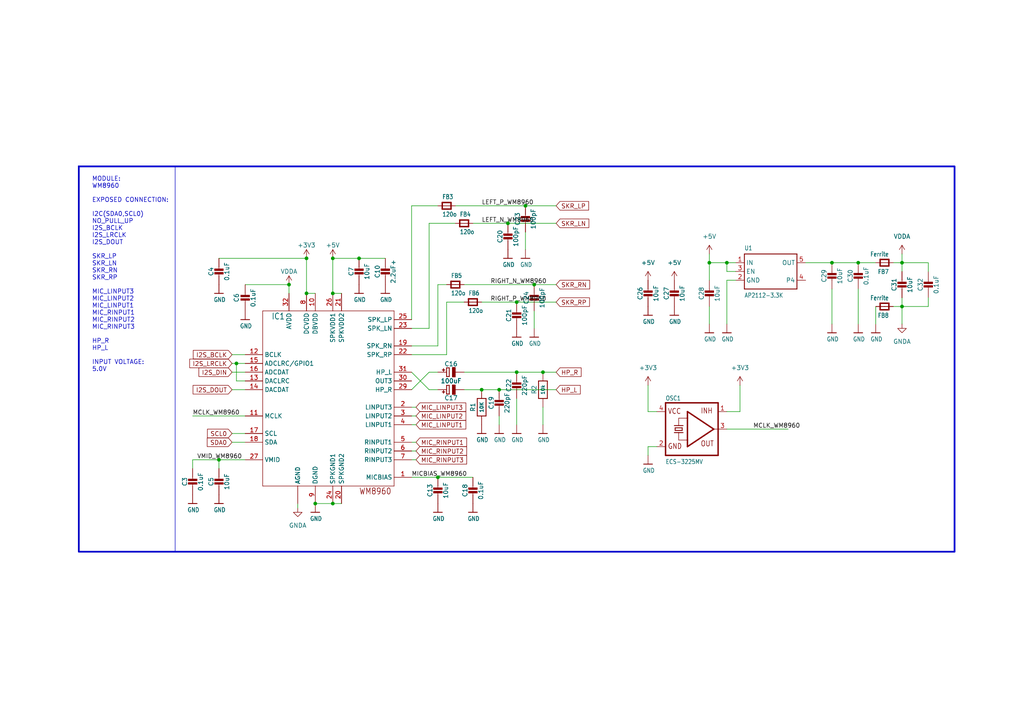
<source format=kicad_sch>
(kicad_sch (version 20230121) (generator eeschema)
  (paper "A4")
  (title_block (title "WM8960 MODULE"))
  (lib_symbols
    (symbol "Adafruit Voice Bonnet-eagle-import:CAP_CERAMIC0603_NO"
      (property "Reference" "C" (at -2.29 1.25 90))
      (symbol "CAP_CERAMIC0603_NO_1_0"
        (rectangle (start -1.27 0.508) (end 1.27 1.016) (fill (type outline)))
        (rectangle (start -1.27 1.524) (end 1.27 2.032) (fill (type outline)))
        (polyline (pts (xy 0 0.762) (xy 0 0)) (stroke (width 0.1524)))
        (polyline (pts (xy 0 2.54) (xy 0 1.778)) (stroke (width 0.1524)))
        (pin passive line (at 0 5.08 270) (length 2.54) (name "1") (number "1"))
        (pin passive line (at 0 -2.54 90) (length 2.54) (name "2") (number "2"))
      )
    )
    (symbol "Adafruit Voice Bonnet-eagle-import:CAP_CERAMIC0805-NOOUTLINE"
      (property "Reference" "C" (at -2.29 1.25 90))
      (symbol "CAP_CERAMIC0805-NOOUTLINE_1_0"
        (rectangle (start -1.27 0.508) (end 1.27 1.016) (fill (type outline)))
        (rectangle (start -1.27 1.524) (end 1.27 2.032) (fill (type outline)))
        (polyline (pts (xy 0 0.762) (xy 0 0)) (stroke (width 0.1524)))
        (polyline (pts (xy 0 2.54) (xy 0 1.778)) (stroke (width 0.1524)))
        (pin passive line (at 0 5.08 270) (length 2.54) (name "1") (number "1"))
        (pin passive line (at 0 -2.54 90) (length 2.54) (name "2") (number "2"))
      )
    )
    (symbol "Adafruit Voice Bonnet-eagle-import:CAP_ELECTROLYTICPANASONIC_C"
      (property "Reference" "C" (at -2.39 1.25 90))
      (symbol "CAP_ELECTROLYTICPANASONIC_C_1_0"
        (rectangle (start -1.397 0) (end 1.397 0.889) (fill (type outline)))
        (polyline (pts (xy -1.27 1.778) (xy -1.27 2.54)) (stroke (width 0.254)))
        (polyline (pts (xy -1.27 2.54) (xy 1.27 2.54)) (stroke (width 0.254)))
        (polyline (pts (xy -1.016 3.429) (xy -0.254 3.429)) (stroke (width 0.254)))
        (polyline (pts (xy -0.635 3.81) (xy -0.635 3.048)) (stroke (width 0.254)))
        (polyline (pts (xy 1.27 1.778) (xy -1.27 1.778)) (stroke (width 0.254)))
        (polyline (pts (xy 1.27 2.54) (xy 1.27 1.778)) (stroke (width 0.254)))
        (pin passive line (at 0 5.08 270) (length 2.54) (name "+") (number "+"))
        (pin passive line (at 0 -2.54 90) (length 2.54) (name "-") (number "-"))
      )
    )
    (symbol "Adafruit Voice Bonnet-eagle-import:FERRITE-0805NO"
      (property "Reference" "FB" (at -1.27 1.905 0))
      (symbol "FERRITE-0805NO_1_0"
        (polyline (pts (xy -1.27 -0.9525) (xy -1.27 0.9525)) (stroke (width 0.4064)))
        (polyline (pts (xy -1.27 0.9525) (xy 1.27 0.9525)) (stroke (width 0.4064)))
        (polyline (pts (xy 1.27 -0.9525) (xy -1.27 -0.9525)) (stroke (width 0.4064)))
        (polyline (pts (xy 1.27 0.9525) (xy 1.27 -0.9525)) (stroke (width 0.4064)))
        (pin passive line (at -2.54 0 0) (length 2.54) (name "P$1") (number "1"))
        (pin passive line (at 2.54 0 180) (length 2.54) (name "P$2") (number "2"))
      )
    )
    (symbol "Adafruit Voice Bonnet-eagle-import:GND" (power)
      (property "Value" "GND" (at -1.524 -2.54 0))
      (symbol "GND_1_0"
        (polyline (pts (xy -1.27 0) (xy 1.27 0)) (stroke (width 0.254)))
        (pin power_in line (at 0 2.54 270) (length 2.54) (name "GND") (number "1"))
      )
    )
    (symbol "Adafruit Voice Bonnet-eagle-import:OSCILLATOR3.2X2.5"
      (property "Reference" "OSC" (at -7.62 8.255 0))
      (symbol "OSCILLATOR3.2X2.5_1_0"
        (polyline (pts (xy -7.62 7.62) (xy -7.62 -7.62)) (stroke (width 0.4064)))
        (polyline (pts (xy -7.62 7.62) (xy 7.62 7.62)) (stroke (width 0.4064)))
        (polyline (pts (xy -5.08 -1.016) (xy -3.81 -1.016)) (stroke (width 0.254)))
        (polyline (pts (xy -5.08 1.016) (xy -2.54 1.016)) (stroke (width 0.254)))
        (polyline (pts (xy -4.826 -0.381) (xy -4.826 0.381)) (stroke (width 0.254)))
        (polyline (pts (xy -4.826 -0.381) (xy -2.794 -0.381)) (stroke (width 0.254)))
        (polyline (pts (xy -4.826 0.381) (xy -2.794 0.381)) (stroke (width 0.254)))
        (polyline (pts (xy -3.81 -3.175) (xy -3.81 -1.016)) (stroke (width 0.1524)))
        (polyline (pts (xy -3.81 -3.175) (xy -1.27 -3.175)) (stroke (width 0.1524)))
        (polyline (pts (xy -3.81 -1.016) (xy -2.54 -1.016)) (stroke (width 0.254)))
        (polyline (pts (xy -3.81 1.016) (xy -3.81 3.175)) (stroke (width 0.1524)))
        (polyline (pts (xy -3.81 3.175) (xy -1.27 3.175)) (stroke (width 0.1524)))
        (polyline (pts (xy -2.794 0.381) (xy -2.794 -0.381)) (stroke (width 0.254)))
        (polyline (pts (xy -1.27 -5.08) (xy -1.27 -3.175)) (stroke (width 0.4064)))
        (polyline (pts (xy -1.27 -3.175) (xy -1.27 3.175)) (stroke (width 0.4064)))
        (polyline (pts (xy -1.27 3.175) (xy -1.27 5.08)) (stroke (width 0.4064)))
        (polyline (pts (xy -1.27 5.08) (xy 6.35 0)) (stroke (width 0.4064)))
        (polyline (pts (xy 6.35 0) (xy -1.27 -5.08)) (stroke (width 0.4064)))
        (polyline (pts (xy 6.35 0) (xy 7.62 0)) (stroke (width 0.1524)))
        (polyline (pts (xy 7.62 -7.62) (xy -7.62 -7.62)) (stroke (width 0.4064)))
        (polyline (pts (xy 7.62 -7.62) (xy 7.62 0)) (stroke (width 0.4064)))
        (polyline (pts (xy 7.62 0) (xy 7.62 7.62)) (stroke (width 0.4064)))
        (text "GND" (at -6.985 -5.842 0) (effects (font (size 1.524 1.2954)) (justify left bottom)))
        (text "INH" (at 2.54 4.445 0) (effects (font (size 1.524 1.2954)) (justify left bottom)))
        (text "OUT" (at 2.54 -5.08 0) (effects (font (size 1.524 1.2954)) (justify left bottom)))
        (text "VCC" (at -6.985 4.318 0) (effects (font (size 1.524 1.2954)) (justify left bottom)))
        (pin bidirectional line (at 10.16 5.08 180) (length 2.54) (name "INH") (number "1"))
        (pin power_in line (at -10.16 -5.08 0) (length 2.54) (name "GND") (number "2"))
        (pin output line (at 10.16 0 180) (length 2.54) (name "OUT") (number "3"))
        (pin power_in line (at -10.16 5.08 0) (length 2.54) (name "VCC") (number "4"))
      )
    )
    (symbol "Adafruit Voice Bonnet-eagle-import:RESISTOR_0603_NOOUT"
      (property "Reference" "R" (at 0 2.54 0))
      (symbol "RESISTOR_0603_NOOUT_1_0"
        (polyline (pts (xy -2.54 -1.27) (xy -2.54 1.27)) (stroke (width 0.254)))
        (polyline (pts (xy -2.54 1.27) (xy 2.54 1.27)) (stroke (width 0.254)))
        (polyline (pts (xy 2.54 -1.27) (xy -2.54 -1.27)) (stroke (width 0.254)))
        (polyline (pts (xy 2.54 1.27) (xy 2.54 -1.27)) (stroke (width 0.254)))
        (pin passive line (at -5.08 0 0) (length 2.54) (name "1") (number "1"))
        (pin passive line (at 5.08 0 180) (length 2.54) (name "2") (number "2"))
      )
    )
    (symbol "Adafruit Voice Bonnet-eagle-import:WM8960"
      (property "Reference" "IC" (at 10.16 27.94 0))
      (symbol "WM8960_1_0"
        (polyline (pts (xy -17.78 -25.4) (xy -17.78 25.4)) (stroke (width 0.1524)))
        (polyline (pts (xy -17.78 25.4) (xy 20.32 25.4)) (stroke (width 0.1524)))
        (polyline (pts (xy 20.32 -25.4) (xy -17.78 -25.4)) (stroke (width 0.1524)))
        (polyline (pts (xy 20.32 25.4) (xy 20.32 -25.4)) (stroke (width 0.1524)))
        (text "WM8960" (at 10.16 -27.94 0) (effects (font (size 1.778 1.5113)) (justify left bottom)))
        (pin output line (at 25.4 -22.86 180) (length 5.08) (name "MICBIAS") (number "1"))
        (pin power_in line (at -2.54 30.48 270) (length 5.08) (name "DBVDD") (number "10"))
        (pin input line (at -22.86 -5.08 0) (length 5.08) (name "MCLK") (number "11"))
        (pin bidirectional line (at -22.86 12.7 0) (length 5.08) (name "BCLK") (number "12"))
        (pin bidirectional line (at -22.86 5.08 0) (length 5.08) (name "DACLRC") (number "13"))
        (pin bidirectional line (at -22.86 2.54 0) (length 5.08) (name "DACDAT") (number "14"))
        (pin bidirectional line (at -22.86 10.16 0) (length 5.08) (name "ADCLRC/GPIO1") (number "15"))
        (pin input line (at -22.86 7.62 0) (length 5.08) (name "ADCDAT") (number "16"))
        (pin input line (at -22.86 -10.16 0) (length 5.08) (name "SCL") (number "17"))
        (pin bidirectional line (at -22.86 -12.7 0) (length 5.08) (name "SDA") (number "18"))
        (pin output line (at 25.4 15.24 180) (length 5.08) (name "SPK_RN") (number "19"))
        (pin input line (at 25.4 -2.54 180) (length 5.08) (name "LINPUT3") (number "2"))
        (pin power_in line (at 5.08 -30.48 90) (length 5.08) (name "SPKGND2") (number "20"))
        (pin power_in line (at 5.08 30.48 270) (length 5.08) (name "SPKVDD2") (number "21"))
        (pin output line (at 25.4 12.7 180) (length 5.08) (name "SPK_RP") (number "22"))
        (pin output line (at 25.4 20.32 180) (length 5.08) (name "SPK_LN") (number "23"))
        (pin power_in line (at 2.54 -30.48 90) (length 5.08) (name "SPKGND1") (number "24"))
        (pin output line (at 25.4 22.86 180) (length 5.08) (name "SPK_LP") (number "25"))
        (pin power_in line (at 2.54 30.48 270) (length 5.08) (name "SPKVDD1") (number "26"))
        (pin input line (at -22.86 -17.78 0) (length 5.08) (name "VMID") (number "27"))
        (pin power_in line (at -7.62 -30.48 90) (length 5.08) (name "AGND") (number "28"))
        (pin output line (at 25.4 2.54 180) (length 5.08) (name "HP_R") (number "29"))
        (pin input line (at 25.4 -5.08 180) (length 5.08) (name "LINPUT2") (number "3"))
        (pin output line (at 25.4 5.08 180) (length 5.08) (name "OUT3") (number "30"))
        (pin output line (at 25.4 7.62 180) (length 5.08) (name "HP_L") (number "31"))
        (pin power_in line (at -10.16 30.48 270) (length 5.08) (name "AVDD") (number "32"))
        (pin power_in line (at -7.62 -30.48 90) (length 5.08) (name "AGND") (number "33"))
        (pin input line (at 25.4 -7.62 180) (length 5.08) (name "LINPUT1") (number "4"))
        (pin input line (at 25.4 -12.7 180) (length 5.08) (name "RINPUT1") (number "5"))
        (pin input line (at 25.4 -15.24 180) (length 5.08) (name "RINPUT2") (number "6"))
        (pin input line (at 25.4 -17.78 180) (length 5.08) (name "RINPUT3") (number "7"))
        (pin power_in line (at -5.08 30.48 270) (length 5.08) (name "DCVDD") (number "8"))
        (pin power_in line (at -2.54 -30.48 90) (length 5.08) (name "DGND") (number "9"))
      )
    )
    (symbol "Adafruit Voice Bonnet-eagle-import:microbuilder_CAP_CERAMIC0603_NO"
      (property "Reference" "C" (at -2.29 1.25 90))
      (symbol "microbuilder_CAP_CERAMIC0603_NO_1_0"
        (rectangle (start -1.27 0.508) (end 1.27 1.016) (fill (type outline)))
        (rectangle (start -1.27 1.524) (end 1.27 2.032) (fill (type outline)))
        (polyline (pts (xy 0 0.762) (xy 0 0)) (stroke (width 0.1524)))
        (polyline (pts (xy 0 2.54) (xy 0 1.778)) (stroke (width 0.1524)))
        (pin passive line (at 0 5.08 270) (length 2.54) (name "1") (number "1"))
        (pin passive line (at 0 -2.54 90) (length 2.54) (name "2") (number "2"))
      )
    )
    (symbol "Adafruit Voice Bonnet-eagle-import:microbuilder_CAP_CERAMIC0805-NOOUTLINE"
      (property "Reference" "C" (at -2.29 1.25 90))
      (symbol "microbuilder_CAP_CERAMIC0805-NOOUTLINE_1_0"
        (rectangle (start -1.27 0.508) (end 1.27 1.016) (fill (type outline)))
        (rectangle (start -1.27 1.524) (end 1.27 2.032) (fill (type outline)))
        (polyline (pts (xy 0 0.762) (xy 0 0)) (stroke (width 0.1524)))
        (polyline (pts (xy 0 2.54) (xy 0 1.778)) (stroke (width 0.1524)))
        (pin passive line (at 0 5.08 270) (length 2.54) (name "1") (number "1"))
        (pin passive line (at 0 -2.54 90) (length 2.54) (name "2") (number "2"))
      )
    )
    (symbol "Adafruit Voice Bonnet-eagle-import:microbuilder_FERRITE0805"
      (property "Reference" "FB" (at -1.27 1.905 0))
      (symbol "microbuilder_FERRITE0805_1_0"
        (polyline (pts (xy -1.27 -0.9525) (xy -1.27 0.9525)) (stroke (width 0.4064)))
        (polyline (pts (xy -1.27 0.9525) (xy 1.27 0.9525)) (stroke (width 0.4064)))
        (polyline (pts (xy 1.27 -0.9525) (xy -1.27 -0.9525)) (stroke (width 0.4064)))
        (polyline (pts (xy 1.27 0.9525) (xy 1.27 -0.9525)) (stroke (width 0.4064)))
        (pin passive line (at -2.54 0 0) (length 2.54) (name "P$1") (number "1"))
        (pin passive line (at 2.54 0 180) (length 2.54) (name "P$2") (number "2"))
      )
    )
    (symbol "Adafruit Voice Bonnet-eagle-import:microbuilder_GND" (power)
      (property "Value" "microbuilder_GND" (at -1.524 -2.54 0))
      (symbol "microbuilder_GND_1_0"
        (polyline (pts (xy -1.27 0) (xy 1.27 0)) (stroke (width 0.254)))
        (pin power_in line (at 0 2.54 270) (length 2.54) (name "GND") (number "1"))
      )
    )
    (symbol "Adafruit Voice Bonnet-eagle-import:microbuilder_VREG_SOT23-5"
      (property "Reference" "U" (at -7.62 6.096 0))
      (symbol "microbuilder_VREG_SOT23-5_1_0"
        (polyline (pts (xy -7.62 -5.08) (xy -7.62 5.08)) (stroke (width 0.254)))
        (polyline (pts (xy -7.62 5.08) (xy 7.62 5.08)) (stroke (width 0.254)))
        (polyline (pts (xy 7.62 -5.08) (xy -7.62 -5.08)) (stroke (width 0.254)))
        (polyline (pts (xy 7.62 5.08) (xy 7.62 -5.08)) (stroke (width 0.254)))
        (pin power_in line (at -10.16 2.54 0) (length 2.54) (name "IN") (number "1"))
        (pin power_in line (at -10.16 -2.54 0) (length 2.54) (name "GND") (number "2"))
        (pin input line (at -10.16 0 0) (length 2.54) (name "EN") (number "3"))
        (pin bidirectional line (at 10.16 -2.54 180) (length 2.54) (name "P4") (number "4"))
        (pin power_in line (at 10.16 2.54 180) (length 2.54) (name "OUT") (number "5"))
      )
    )
    (symbol "power:+3V3" (power) (pin_names (offset 0))
      (property "Value" "+3V3" (at 0 3.556 0))
      (symbol "+3V3_0_1"
        (polyline (pts (xy -0.762 1.27) (xy 0 2.54)))
        (polyline (pts (xy 0 0) (xy 0 2.54)))
        (polyline (pts (xy 0 2.54) (xy 0.762 1.27)))
      )
      (symbol "+3V3_1_1"
        (pin power_in line (at 0 0 90) (length 0) hide (name "+3V3") (number "1"))
      )
    )
    (symbol "power:+5V" (power) (pin_names (offset 0))
      (property "Value" "+5V" (at 0 3.556 0))
      (symbol "+5V_0_1"
        (polyline (pts (xy -0.762 1.27) (xy 0 2.54)))
        (polyline (pts (xy 0 0) (xy 0 2.54)))
        (polyline (pts (xy 0 2.54) (xy 0.762 1.27)))
      )
      (symbol "+5V_1_1"
        (pin power_in line (at 0 0 90) (length 0) hide (name "+5V") (number "1"))
      )
    )
    (symbol "power:GNDA" (power) (pin_names (offset 0))
      (property "Value" "GNDA" (at 0 -3.81 0))
      (symbol "GNDA_0_1"
        (polyline (pts (xy 0 0) (xy 0 -1.27) (xy 1.27 -1.27) (xy 0 -2.54) (xy -1.27 -1.27) (xy 0 -1.27)))
      )
      (symbol "GNDA_1_1"
        (pin power_in line (at 0 0 270) (length 0) hide (name "GNDA") (number "1"))
      )
    )
    (symbol "power:VDDA" (power) (pin_names (offset 0))
      (property "Value" "VDDA" (at 0 3.81 0))
      (symbol "VDDA_0_1"
        (polyline (pts (xy -0.762 1.27) (xy 0 2.54)))
        (polyline (pts (xy 0 0) (xy 0 2.54)))
        (polyline (pts (xy 0 2.54) (xy 0.762 1.27)))
      )
      (symbol "VDDA_1_1"
        (pin power_in line (at 0 0 90) (length 0) hide (name "VDDA") (number "1"))
      )
    )
  )
  (junction (at 139.7 113.03))
  (junction (at 261.62 88.9))
  (junction (at 127 138.43))
  (junction (at 261.62 76.2))
  (junction (at 241.3 76.2))
  (junction (at 248.92 76.2))
  (junction (at 96.52 74.93))
  (junction (at 68.58 105.41))
  (junction (at 149.86 87.63))
  (junction (at 83.82 82.55))
  (junction (at 104.14 74.93))
  (junction (at 88.9 74.93))
  (junction (at 210.82 76.2))
  (junction (at 88.9 85.09))
  (junction (at 157.48 107.95))
  (junction (at 149.86 107.95))
  (junction (at 205.74 76.2))
  (junction (at 96.52 85.09))
  (junction (at 96.52 146.05))
  (junction (at 147.32 64.77))
  (junction (at 154.94 82.55))
  (junction (at 144.78 113.03))
  (junction (at 152.4 59.69))
  (junction (at 63.5 133.35))
  (junction (at 91.44 146.05))
  (wire (pts (xy 88.9 74.93) (xy 88.9 85.09)) (stroke (width 0.1524)))
  (wire (pts (xy 71.12 120.65) (xy 55.88 120.65)) (stroke (width 0.1524)))
  (wire (pts (xy 119.38 102.87) (xy 129.54 102.87)) (stroke (width 0.1524)))
  (wire (pts (xy 71.12 113.03) (xy 67.31 113.03)) (stroke (width 0.1524)))
  (wire (pts (xy 154.94 82.55) (xy 161.29 82.55)) (stroke (width 0.1524)))
  (wire (pts (xy 157.48 107.95) (xy 161.29 107.95)) (stroke (width 0.1524)))
  (wire (pts (xy 119.38 113.03) (xy 124.46 107.95)) (stroke (width 0.1524)))
  (wire (pts (xy 71.12 110.49) (xy 68.58 110.49)) (stroke (width 0.1524)))
  (wire (pts (xy 261.62 93.98) (xy 261.62 88.9)) (stroke (width 0.1524)))
  (wire (pts (xy 261.62 88.9) (xy 269.24 88.9)) (stroke (width 0.1524)))
  (wire (pts (xy 119.38 138.43) (xy 127 138.43)) (stroke (width 0.1524)))
  (wire (pts (xy 119.38 100.33) (xy 127 100.33)) (stroke (width 0.1524)))
  (wire (pts (xy 71.12 102.87) (xy 67.31 102.87)) (stroke (width 0.1524)))
  (wire (pts (xy 248.92 93.98) (xy 248.92 83.82)) (stroke (width 0.1524)))
  (wire (pts (xy 96.52 85.09) (xy 96.52 74.93)) (stroke (width 0.1524)))
  (wire (pts (xy 71.12 105.41) (xy 68.58 105.41)) (stroke (width 0.1524)))
  (wire (pts (xy 190.5 129.54) (xy 187.96 129.54)) (stroke (width 0.1524)))
  (wire (pts (xy 248.92 76.2) (xy 254 76.2)) (stroke (width 0.1524)))
  (wire (pts (xy 119.38 133.35) (xy 120.65 133.35)))
  (wire (pts (xy 91.44 85.09) (xy 88.9 85.09)) (stroke (width 0.1524)))
  (wire (pts (xy 149.86 87.63) (xy 161.29 87.63)) (stroke (width 0.1524)))
  (wire (pts (xy 152.4 67.31) (xy 152.4 72.39)) (stroke (width 0.1524)))
  (wire (pts (xy 71.12 107.95) (xy 67.31 107.95)) (stroke (width 0.1524)))
  (wire (pts (xy 210.82 124.46) (xy 228.6 124.46)) (stroke (width 0.1524)))
  (wire (pts (xy 86.36 147.32) (xy 86.36 146.05)))
  (wire (pts (xy 119.38 59.69) (xy 127 59.69)) (stroke (width 0.1524)))
  (wire (pts (xy 129.54 102.87) (xy 129.54 87.63)) (stroke (width 0.1524)))
  (wire (pts (xy 157.48 123.19) (xy 157.48 118.11)) (stroke (width 0.1524)))
  (wire (pts (xy 134.62 113.03) (xy 139.7 113.03)) (stroke (width 0.1524)))
  (wire (pts (xy 99.06 85.09) (xy 96.52 85.09)) (stroke (width 0.1524)))
  (wire (pts (xy 205.74 76.2) (xy 205.74 73.66)) (stroke (width 0.1524)))
  (wire (pts (xy 152.4 59.69) (xy 161.29 59.69)) (stroke (width 0.1524)))
  (wire (pts (xy 68.58 110.49) (xy 68.58 105.41)) (stroke (width 0.1524)))
  (wire (pts (xy 63.5 133.35) (xy 55.88 133.35)) (stroke (width 0.1524)))
  (wire (pts (xy 261.62 88.9) (xy 261.62 86.36)) (stroke (width 0.1524)))
  (wire (pts (xy 55.88 133.35) (xy 55.88 135.89)) (stroke (width 0.1524)))
  (wire (pts (xy 88.9 74.93) (xy 63.5 74.93)) (stroke (width 0.1524)))
  (wire (pts (xy 134.62 82.55) (xy 154.94 82.55)) (stroke (width 0.1524)))
  (wire (pts (xy 213.36 76.2) (xy 210.82 76.2)) (stroke (width 0.1524)))
  (wire (pts (xy 261.62 73.66) (xy 261.62 76.2)) (stroke (width 0.1524)))
  (wire (pts (xy 144.78 113.03) (xy 161.29 113.03)) (stroke (width 0.1524)))
  (wire (pts (xy 124.46 113.03) (xy 127 113.03)) (stroke (width 0.1524)))
  (wire (pts (xy 187.96 119.38) (xy 187.96 111.76)) (stroke (width 0.1524)))
  (wire (pts (xy 269.24 76.2) (xy 261.62 76.2)) (stroke (width 0.1524)))
  (wire (pts (xy 213.36 81.28) (xy 210.82 81.28)) (stroke (width 0.1524)))
  (wire (pts (xy 187.96 129.54) (xy 187.96 132.08)) (stroke (width 0.1524)))
  (wire (pts (xy 132.08 64.77) (xy 124.46 64.77)) (stroke (width 0.1524)))
  (wire (pts (xy 269.24 88.9) (xy 269.24 86.36)) (stroke (width 0.1524)))
  (wire (pts (xy 83.82 82.55) (xy 83.82 85.09)) (stroke (width 0.1524)))
  (wire (pts (xy 68.58 105.41) (xy 67.31 105.41)) (stroke (width 0.1524)))
  (wire (pts (xy 190.5 119.38) (xy 187.96 119.38)) (stroke (width 0.1524)))
  (wire (pts (xy 210.82 78.74) (xy 210.82 76.2)) (stroke (width 0.1524)))
  (wire (pts (xy 269.24 78.74) (xy 269.24 76.2)) (stroke (width 0.1524)))
  (wire (pts (xy 210.82 76.2) (xy 205.74 76.2)) (stroke (width 0.1524)))
  (wire (pts (xy 261.62 78.74) (xy 261.62 76.2)) (stroke (width 0.1524)))
  (wire (pts (xy 127 138.43) (xy 137.16 138.43)) (stroke (width 0.1524)))
  (wire (pts (xy 96.52 146.05) (xy 91.44 146.05)) (stroke (width 0.1524)))
  (wire (pts (xy 63.5 133.35) (xy 71.12 133.35)) (stroke (width 0.1524)))
  (wire (pts (xy 205.74 88.9) (xy 205.74 93.98)) (stroke (width 0.1524)))
  (wire (pts (xy 127 82.55) (xy 129.54 82.55)) (stroke (width 0.1524)))
  (wire (pts (xy 83.82 82.55) (xy 71.12 82.55)) (stroke (width 0.1524)))
  (wire (pts (xy 99.06 146.05) (xy 96.52 146.05)) (stroke (width 0.1524)))
  (wire (pts (xy 111.76 74.93) (xy 104.14 74.93)) (stroke (width 0.1524)))
  (wire (pts (xy 205.74 81.28) (xy 205.74 76.2)) (stroke (width 0.1524)))
  (wire (pts (xy 154.94 90.17) (xy 154.94 95.25)) (stroke (width 0.1524)))
  (wire (pts (xy 210.82 81.28) (xy 210.82 93.98)) (stroke (width 0.1524)))
  (wire (pts (xy 149.86 107.95) (xy 157.48 107.95)) (stroke (width 0.1524)))
  (wire (pts (xy 71.12 125.73) (xy 67.31 125.73)) (stroke (width 0.1524)))
  (wire (pts (xy 147.32 64.77) (xy 161.29 64.77)) (stroke (width 0.1524)))
  (wire (pts (xy 241.3 76.2) (xy 248.92 76.2)) (stroke (width 0.1524)))
  (wire (pts (xy 149.86 115.57) (xy 149.86 123.19)) (stroke (width 0.1524)))
  (wire (pts (xy 96.52 74.93) (xy 104.14 74.93)) (stroke (width 0.1524)))
  (wire (pts (xy 261.62 76.2) (xy 259.08 76.2)) (stroke (width 0.1524)))
  (wire (pts (xy 119.38 95.25) (xy 124.46 95.25)) (stroke (width 0.1524)))
  (wire (pts (xy 119.38 128.27) (xy 120.65 128.27)))
  (wire (pts (xy 137.16 64.77) (xy 147.32 64.77)) (stroke (width 0.1524)))
  (wire (pts (xy 119.38 123.19) (xy 120.65 123.19)))
  (wire (pts (xy 241.3 93.98) (xy 241.3 83.82)) (stroke (width 0.1524)))
  (wire (pts (xy 127 100.33) (xy 127 82.55)) (stroke (width 0.1524)))
  (wire (pts (xy 134.62 87.63) (xy 129.54 87.63)) (stroke (width 0.1524)))
  (wire (pts (xy 134.62 107.95) (xy 149.86 107.95)) (stroke (width 0.1524)))
  (wire (pts (xy 119.38 130.81) (xy 120.65 130.81)))
  (wire (pts (xy 144.78 123.19) (xy 144.78 120.65)) (stroke (width 0.1524)))
  (wire (pts (xy 254 88.9) (xy 254 93.98)) (stroke (width 0.1524)))
  (wire (pts (xy 119.38 107.95) (xy 124.46 113.03)) (stroke (width 0.1524)))
  (wire (pts (xy 213.36 78.74) (xy 210.82 78.74)) (stroke (width 0.1524)))
  (wire (pts (xy 119.38 118.11) (xy 120.65 118.11)))
  (wire (pts (xy 124.46 95.25) (xy 124.46 64.77)) (stroke (width 0.1524)))
  (wire (pts (xy 119.38 120.65) (xy 120.65 120.65)))
  (wire (pts (xy 124.46 107.95) (xy 127 107.95)) (stroke (width 0.1524)))
  (wire (pts (xy 139.7 113.03) (xy 144.78 113.03)) (stroke (width 0.1524)))
  (wire (pts (xy 63.5 133.35) (xy 63.5 135.89)) (stroke (width 0.1524)))
  (wire (pts (xy 119.38 92.71) (xy 119.38 59.69)) (stroke (width 0.1524)))
  (wire (pts (xy 214.63 111.76) (xy 214.63 119.38)))
  (wire (pts (xy 139.7 87.63) (xy 149.86 87.63)) (stroke (width 0.1524)))
  (wire (pts (xy 233.68 76.2) (xy 241.3 76.2)) (stroke (width 0.1524)))
  (wire (pts (xy 132.08 59.69) (xy 152.4 59.69)) (stroke (width 0.1524)))
  (wire (pts (xy 261.62 88.9) (xy 259.08 88.9)) (stroke (width 0.1524)))
  (wire (pts (xy 210.82 119.38) (xy 214.63 119.38)))
  (wire (pts (xy 67.31 128.27) (xy 71.12 128.27)) (stroke (width 0.1524)))
  (rectangle (start 22.86 48.26) (end 276.86 160.02) (stroke (width 0.5)))
  (rectangle (start 22.86 48.26) (end 50.8 160.02))
  (text "MODULE:\nWM8960\n\nEXPOSED CONNECTION: \n\nI2C(SDA0,SCL0)\nNO_PULL_UP\nI2S_BCLK\nI2S_LRCLK\nI2S_DOUT\n\nSKR_LP\nSKR_LN\nSKR_RN\nSKR_RP\n\nMIC_LINPUT3\nMIC_LINPUT2\nMIC_LINPUT1\nMIC_RINPUT1\nMIC_RINPUT2\nMIC_RINPUT3\n\nHP_R\nHP_L\n\nINPUT VOLTAGE:\n5.0V\n" (at 26.67 107.95 0) (effects (font (size 1.27 1.27)) (justify left bottom)))
  (label "VMID_WM8960" (at 57.15 133.35 0) (effects (font (size 1.2446 1.2446))))
  (label "RIGHT_P_WM8960" (at 142.24 87.63 0) (effects (font (size 1.2446 1.2446))))
  (label "MICBIAS_WM8960" (at 119.38 138.43 0) (effects (font (size 1.2446 1.2446))))
  (label "LEFT_P_WM8960" (at 139.7 59.69 0) (effects (font (size 1.2446 1.2446))))
  (label "LEFT_N_WM8960" (at 139.7 64.77 0) (effects (font (size 1.2446 1.2446))))
  (label "RIGHT_N_WM8960" (at 142.24 82.55 0) (effects (font (size 1.2446 1.2446))))
  (label "MCLK_WM8960" (at 55.88 120.65 0) (effects (font (size 1.2446 1.2446))))
  (label "MCLK_WM8960" (at 218.44 124.46 0) (effects (font (size 1.2446 1.2446))))
  (global_label "I2S_BCLK" (shape input) (at 67.31 102.87 180) (property "Intersheetrefs" "${INTERSHEET_REFS}" (effects hide)))
  (global_label "MIC_RINPUT1" (shape input) (at 120.65 128.27 0) (property "Intersheetrefs" "${INTERSHEET_REFS}" (effects hide)))
  (global_label "SKR_LP" (shape input) (at 161.29 59.69 0) (property "Intersheetrefs" "${INTERSHEET_REFS}" (effects hide)))
  (global_label "HP_R" (shape input) (at 161.29 107.95 0) (property "Intersheetrefs" "${INTERSHEET_REFS}" (effects hide)))
  (global_label "SKR_RP" (shape input) (at 161.29 87.63 0) (property "Intersheetrefs" "${INTERSHEET_REFS}" (effects hide)))
  (global_label "HP_L" (shape input) (at 161.29 113.03 0) (property "Intersheetrefs" "${INTERSHEET_REFS}" (effects hide)))
  (global_label "I2S_DIN" (shape input) (at 67.31 107.95 180) (property "Intersheetrefs" "${INTERSHEET_REFS}" (effects hide)))
  (global_label "I2S_DOUT" (shape input) (at 67.31 113.03 180) (property "Intersheetrefs" "${INTERSHEET_REFS}" (effects hide)))
  (global_label "MIC_LINPUT3" (shape input) (at 120.65 118.11 0) (property "Intersheetrefs" "${INTERSHEET_REFS}" (effects hide)))
  (global_label "MIC_LINPUT1" (shape input) (at 120.65 123.19 0) (property "Intersheetrefs" "${INTERSHEET_REFS}" (effects hide)))
  (global_label "SDA0" (shape input) (at 67.31 128.27 180) (property "Intersheetrefs" "${INTERSHEET_REFS}" (effects hide)))
  (global_label "SCL0" (shape input) (at 67.31 125.73 180) (property "Intersheetrefs" "${INTERSHEET_REFS}" (effects hide)))
  (global_label "SKR_LN" (shape input) (at 161.29 64.77 0) (property "Intersheetrefs" "${INTERSHEET_REFS}" (effects hide)))
  (global_label "MIC_LINPUT2" (shape input) (at 120.65 120.65 0) (property "Intersheetrefs" "${INTERSHEET_REFS}" (effects hide)))
  (global_label "I2S_LRCLK" (shape input) (at 67.31 105.41 180) (property "Intersheetrefs" "${INTERSHEET_REFS}" (effects hide)))
  (global_label "MIC_RINPUT2" (shape input) (at 120.65 130.81 0) (property "Intersheetrefs" "${INTERSHEET_REFS}" (effects hide)))
  (global_label "SKR_RN" (shape input) (at 161.29 82.55 0) (property "Intersheetrefs" "${INTERSHEET_REFS}" (effects hide)))
  (global_label "MIC_RINPUT3" (shape input) (at 120.65 133.35 0) (property "Intersheetrefs" "${INTERSHEET_REFS}" (effects hide)))
  (symbol (lib_id "Adafruit Voice Bonnet-eagle-import:microbuilder_GND") (at 241.3 96.52 0) (unit 1)
    (property "Reference" "#U$052" (effects hide))
    (property "Value" "GND" (at 239.776 99.06 0) (effects (font (size 1.27 1.0795)) (justify left bottom)))
  )
  (symbol (lib_id "Adafruit Voice Bonnet-eagle-import:OSCILLATOR3.2X2.5") (at 200.66 124.46 0) (unit 1)
    (property "Reference" "OSC1" (at 193.04 116.205 0) (effects (font (size 1.27 1.0795)) (justify left bottom)))
    (property "Value" "ECS-3225MV" (at 193.04 134.62 0) (effects (font (size 1.27 1.0795)) (justify left bottom)))
    (property "Footprint" "Adafruit Voice Bonnet:OSC_3.2X2.5MM" (effects hide))
  )
  (symbol (lib_id "Adafruit Voice Bonnet-eagle-import:microbuilder_GND") (at 195.58 91.44 0) (unit 1)
    (property "Reference" "#U$043" (effects hide))
    (property "Value" "GND" (at 194.056 93.98 0) (effects (font (size 1.27 1.0795)) (justify left bottom)))
  )
  (symbol (lib_id "Adafruit Voice Bonnet-eagle-import:CAP_CERAMIC0603_NO") (at 71.12 87.63 0) (unit 1)
    (property "Reference" "C6" (at 68.58 86.36 90))
    (property "Value" "0.1uF" (at 73.42 86.38 90))
    (property "Footprint" "Adafruit Voice Bonnet:0603-NO" (effects hide))
  )
  (symbol (lib_id "power:+5V") (at 205.74 73.66 0) (unit 1)
    (property "Reference" "#PWR09" (effects hide))
    (property "Value" "+5V" (at 205.74 68.58 0))
  )
  (symbol (lib_id "Adafruit Voice Bonnet-eagle-import:FERRITE-0805NO") (at 137.16 87.63 0) (unit 1)
    (property "Reference" "FB6" (at 135.89 85.725 0) (effects (font (size 1.27 1.0795)) (justify left bottom)))
    (property "Value" "120o" (at 135.89 90.805 0) (effects (font (size 1.27 1.0795)) (justify left bottom)))
    (property "Footprint" "Adafruit Voice Bonnet:0805-NO" (effects hide))
  )
  (symbol (lib_id "Adafruit Voice Bonnet-eagle-import:GND") (at 137.16 148.59 0) (unit 1)
    (property "Reference" "#U$020" (effects hide))
    (property "Value" "GND" (at 135.636 151.13 0) (effects (font (size 1.27 1.0795)) (justify left bottom)))
  )
  (symbol (lib_id "power:+5V") (at 187.96 81.28 0) (unit 1)
    (property "Reference" "#PWR06" (effects hide))
    (property "Value" "+5V" (at 187.96 76.2 0))
  )
  (symbol (lib_id "Adafruit Voice Bonnet-eagle-import:GND") (at 111.76 85.09 0) (unit 1)
    (property "Reference" "#U$016" (effects hide))
    (property "Value" "GND" (at 110.236 87.63 0) (effects (font (size 1.27 1.0795)) (justify left bottom)))
  )
  (symbol (lib_id "Adafruit Voice Bonnet-eagle-import:microbuilder_CAP_CERAMIC0805-NOOUTLINE") (at 241.3 81.28 0) (unit 1)
    (property "Reference" "C29" (at 239.01 80.03 90))
    (property "Value" "10uF" (at 243.6 80.03 90))
    (property "Footprint" "Adafruit Voice Bonnet:0805-NO" (effects hide))
  )
  (symbol (lib_id "Adafruit Voice Bonnet-eagle-import:microbuilder_FERRITE0805") (at 256.54 76.2 180) (unit 1)
    (property "Reference" "FB7" (at 257.81 78.105 0) (effects (font (size 1.27 1.0795)) (justify left bottom)))
    (property "Value" "Ferrite" (at 257.81 73.025 0) (effects (font (size 1.27 1.0795)) (justify left bottom)))
    (property "Footprint" "Adafruit Voice Bonnet:0805" (effects hide))
  )
  (symbol (lib_id "Adafruit Voice Bonnet-eagle-import:GND") (at 63.5 146.05 0) (unit 1)
    (property "Reference" "#U$05" (effects hide))
    (property "Value" "GND" (at 61.976 148.59 0) (effects (font (size 1.27 1.0795)) (justify left bottom)))
  )
  (symbol (lib_id "Adafruit Voice Bonnet-eagle-import:GND") (at 104.14 85.09 0) (unit 1)
    (property "Reference" "#U$013" (effects hide))
    (property "Value" "GND" (at 102.616 87.63 0) (effects (font (size 1.27 1.0795)) (justify left bottom)))
  )
  (symbol (lib_id "Adafruit Voice Bonnet-eagle-import:GND") (at 157.48 125.73 0) (unit 1)
    (property "Reference" "#U$028" (effects hide))
    (property "Value" "GND" (at 155.956 128.27 0) (effects (font (size 1.27 1.0795)) (justify left bottom)))
  )
  (symbol (lib_id "Adafruit Voice Bonnet-eagle-import:microbuilder_CAP_CERAMIC0603_NO") (at 269.24 83.82 0) (unit 1)
    (property "Reference" "C32" (at 266.95 82.57 90))
    (property "Value" "0.1uF" (at 271.54 82.57 90))
    (property "Footprint" "Adafruit Voice Bonnet:0603-NO" (effects hide))
  )
  (symbol (lib_id "Adafruit Voice Bonnet-eagle-import:CAP_CERAMIC0603_NO") (at 144.78 118.11 0) (unit 1)
    (property "Reference" "C19" (at 142.49 116.86 90))
    (property "Value" "220pF" (at 147.08 116.86 90))
    (property "Footprint" "Adafruit Voice Bonnet:0603-NO" (effects hide))
  )
  (symbol (lib_id "Adafruit Voice Bonnet-eagle-import:CAP_ELECTROLYTICPANASONIC_C") (at 132.08 113.03 90) (unit 1)
    (property "Reference" "C17" (at 130.83 115.42 90))
    (property "Value" "100uF" (at 130.83 110.53 90))
    (property "Footprint" "Adafruit Voice Bonnet:PANASONIC_C" (effects hide))
  )
  (symbol (lib_id "Adafruit Voice Bonnet-eagle-import:GND") (at 71.12 92.71 0) (unit 1)
    (property "Reference" "#U$07" (effects hide))
    (property "Value" "GND" (at 69.596 95.25 0) (effects (font (size 1.27 1.0795)) (justify left bottom)))
  )
  (symbol (lib_id "Adafruit Voice Bonnet-eagle-import:microbuilder_VREG_SOT23-5") (at 223.52 78.74 0) (unit 1)
    (property "Reference" "U1" (at 215.9 72.644 0) (effects (font (size 1.27 1.0795)) (justify left bottom)))
    (property "Value" "AP2112-3.3K" (at 215.9 86.36 0) (effects (font (size 1.27 1.0795)) (justify left bottom)))
    (property "Footprint" "Adafruit Voice Bonnet:SOT23-5" (effects hide))
  )
  (symbol (lib_id "Adafruit Voice Bonnet-eagle-import:RESISTOR_0603_NOOUT") (at 139.7 118.11 90) (unit 1)
    (property "Reference" "R1" (at 137.16 118.11 0))
    (property "Value" "10K" (at 139.7 118.11 0) (effects (font (size 1.016 1.016) bold)))
    (property "Footprint" "Adafruit Voice Bonnet:0603-NO" (effects hide))
  )
  (symbol (lib_id "Adafruit Voice Bonnet-eagle-import:CAP_CERAMIC0603_NO") (at 55.88 140.97 0) (unit 1)
    (property "Reference" "C3" (at 53.59 139.72 90))
    (property "Value" "0.1uF" (at 58.18 139.72 90))
    (property "Footprint" "Adafruit Voice Bonnet:0603-NO" (effects hide))
  )
  (symbol (lib_id "Adafruit Voice Bonnet-eagle-import:CAP_CERAMIC0805-NOOUTLINE") (at 104.14 80.01 0) (unit 1)
    (property "Reference" "C7" (at 101.85 78.76 90))
    (property "Value" "10uF" (at 106.44 78.76 90))
    (property "Footprint" "Adafruit Voice Bonnet:0805-NO" (effects hide))
  )
  (symbol (lib_id "Adafruit Voice Bonnet-eagle-import:GND") (at 187.96 134.62 0) (unit 1)
    (property "Reference" "#U$033" (effects hide))
    (property "Value" "GND" (at 186.436 137.16 0) (effects (font (size 1.27 1.0795)) (justify left bottom)))
  )
  (symbol (lib_id "power:VDDA") (at 83.82 82.55 0) (unit 1)
    (property "Reference" "#PWR010" (effects hide))
    (property "Value" "VDDA" (at 83.82 78.74 0))
  )
  (symbol (lib_id "Adafruit Voice Bonnet-eagle-import:CAP_CERAMIC0603_NO") (at 152.4 64.77 0) (unit 1)
    (property "Reference" "C23" (at 150.11 63.52 90))
    (property "Value" "100pF" (at 154.7 63.52 90))
    (property "Footprint" "Adafruit Voice Bonnet:0603-NO" (effects hide))
  )
  (symbol (lib_id "power:GNDA") (at 86.36 147.32 0) (unit 1)
    (property "Reference" "#PWR02" (effects hide))
    (property "Value" "GNDA" (at 86.36 152.4 0))
  )
  (symbol (lib_id "Adafruit Voice Bonnet-eagle-import:GND") (at 149.86 97.79 0) (unit 1)
    (property "Reference" "#U$024" (effects hide))
    (property "Value" "GND" (at 148.336 100.33 0) (effects (font (size 1.27 1.0795)) (justify left bottom)))
  )
  (symbol (lib_id "Adafruit Voice Bonnet-eagle-import:CAP_CERAMIC0805-NOOUTLINE") (at 63.5 140.97 0) (unit 1)
    (property "Reference" "C5" (at 61.21 139.72 90))
    (property "Value" "10uF" (at 65.8 139.72 90))
    (property "Footprint" "Adafruit Voice Bonnet:0805-NO" (effects hide))
  )
  (symbol (lib_id "Adafruit Voice Bonnet-eagle-import:GND") (at 152.4 74.93 0) (unit 1)
    (property "Reference" "#U$026" (effects hide))
    (property "Value" "GND" (at 150.876 77.47 0) (effects (font (size 1.27 1.0795)) (justify left bottom)))
  )
  (symbol (lib_id "power:GNDA") (at 261.62 93.98 0) (unit 1)
    (property "Reference" "#PWR01" (effects hide))
    (property "Value" "GNDA" (at 261.62 99.06 0))
  )
  (symbol (lib_id "Adafruit Voice Bonnet-eagle-import:microbuilder_CAP_CERAMIC0805-NOOUTLINE") (at 261.62 83.82 0) (unit 1)
    (property "Reference" "C31" (at 259.33 82.57 90))
    (property "Value" "10uF" (at 263.92 82.57 90))
    (property "Footprint" "Adafruit Voice Bonnet:0805-NO" (effects hide))
  )
  (symbol (lib_id "power:VDDA") (at 261.62 73.66 0) (unit 1)
    (property "Reference" "#PWR011" (effects hide))
    (property "Value" "VDDA" (at 261.62 68.58 0))
  )
  (symbol (lib_id "Adafruit Voice Bonnet-eagle-import:CAP_CERAMIC0603_NO") (at 63.5 80.01 0) (unit 1)
    (property "Reference" "C4" (at 61.21 78.76 90))
    (property "Value" "0.1uF" (at 65.8 78.76 90))
    (property "Footprint" "Adafruit Voice Bonnet:0603-NO" (effects hide))
  )
  (symbol (lib_id "Adafruit Voice Bonnet-eagle-import:GND") (at 154.94 97.79 0) (unit 1)
    (property "Reference" "#U$027" (effects hide))
    (property "Value" "GND" (at 153.416 100.33 0) (effects (font (size 1.27 1.0795)) (justify left bottom)))
  )
  (symbol (lib_id "Adafruit Voice Bonnet-eagle-import:microbuilder_GND") (at 248.92 96.52 0) (unit 1)
    (property "Reference" "#U$054" (effects hide))
    (property "Value" "GND" (at 247.396 99.06 0) (effects (font (size 1.27 1.0795)) (justify left bottom)))
  )
  (symbol (lib_id "power:+3V3") (at 214.63 111.76 0) (unit 1)
    (property "Reference" "#PWR03" (effects hide))
    (property "Value" "+3V3" (at 214.63 106.68 0))
  )
  (symbol (lib_id "Adafruit Voice Bonnet-eagle-import:CAP_CERAMIC0805-NOOUTLINE") (at 111.76 80.01 0) (unit 1)
    (property "Reference" "C10" (at 109.47 78.76 90))
    (property "Value" "2.2uF+" (at 114.06 78.76 90))
    (property "Footprint" "Adafruit Voice Bonnet:0805-NO" (effects hide))
  )
  (symbol (lib_id "Adafruit Voice Bonnet-eagle-import:CAP_CERAMIC0603_NO") (at 147.32 69.85 0) (unit 1)
    (property "Reference" "C20" (at 145.03 68.6 90))
    (property "Value" "100pF" (at 149.62 68.6 90))
    (property "Footprint" "Adafruit Voice Bonnet:0603-NO" (effects hide))
  )
  (symbol (lib_id "Adafruit Voice Bonnet-eagle-import:FERRITE-0805NO") (at 129.54 59.69 0) (unit 1)
    (property "Reference" "FB3" (at 128.27 57.785 0) (effects (font (size 1.27 1.0795)) (justify left bottom)))
    (property "Value" "120o" (at 128.27 62.865 0) (effects (font (size 1.27 1.0795)) (justify left bottom)))
    (property "Footprint" "Adafruit Voice Bonnet:0805-NO" (effects hide))
  )
  (symbol (lib_id "Adafruit Voice Bonnet-eagle-import:GND") (at 91.44 148.59 0) (unit 1)
    (property "Reference" "#U$011" (effects hide))
    (property "Value" "GND" (at 89.916 151.13 0) (effects (font (size 1.27 1.0795)) (justify left bottom)))
  )
  (symbol (lib_id "Adafruit Voice Bonnet-eagle-import:WM8960") (at 93.98 115.57 0) (unit 1)
    (property "Reference" "IC1" (at 78.74 92.71 0) (effects (font (size 1.778 1.5113)) (justify left bottom)))
    (property "Value" "WM8960" (effects hide))
    (property "Footprint" "Adafruit Voice Bonnet:QFN32_5MM" (effects hide))
  )
  (symbol (lib_id "Adafruit Voice Bonnet-eagle-import:RESISTOR_0603_NOOUT") (at 157.48 113.03 90) (unit 1)
    (property "Reference" "R2" (at 154.94 113.03 0))
    (property "Value" "10k" (at 157.48 113.03 0) (effects (font (size 1.016 1.016) bold)))
    (property "Footprint" "Adafruit Voice Bonnet:0603-NO" (effects hide))
  )
  (symbol (lib_id "Adafruit Voice Bonnet-eagle-import:CAP_CERAMIC0603_NO") (at 149.86 113.03 0) (unit 1)
    (property "Reference" "C22" (at 147.57 111.78 90))
    (property "Value" "220pF" (at 152.16 111.78 90))
    (property "Footprint" "Adafruit Voice Bonnet:0603-NO" (effects hide))
  )
  (symbol (lib_id "Adafruit Voice Bonnet-eagle-import:CAP_ELECTROLYTICPANASONIC_C") (at 132.08 107.95 90) (mirror x) (unit 1)
    (property "Reference" "C16" (at 130.83 105.56 90))
    (property "Value" "100uF" (at 130.83 110.45 90))
    (property "Footprint" "Adafruit Voice Bonnet:PANASONIC_C" (effects hide))
  )
  (symbol (lib_id "Adafruit Voice Bonnet-eagle-import:microbuilder_GND") (at 210.82 96.52 0) (unit 1)
    (property "Reference" "#U$047" (effects hide))
    (property "Value" "GND" (at 209.296 99.06 0) (effects (font (size 1.27 1.0795)) (justify left bottom)))
  )
  (symbol (lib_id "Adafruit Voice Bonnet-eagle-import:CAP_CERAMIC0603_NO") (at 149.86 92.71 0) (unit 1)
    (property "Reference" "C21" (at 147.57 91.46 90))
    (property "Value" "100pF" (at 152.16 91.46 90))
    (property "Footprint" "Adafruit Voice Bonnet:0603-NO" (effects hide))
  )
  (symbol (lib_id "Adafruit Voice Bonnet-eagle-import:CAP_CERAMIC0603_NO") (at 137.16 143.51 0) (unit 1)
    (property "Reference" "C18" (at 134.87 142.26 90))
    (property "Value" "0.1uF" (at 139.46 142.26 90))
    (property "Footprint" "Adafruit Voice Bonnet:0603-NO" (effects hide))
  )
  (symbol (lib_id "Adafruit Voice Bonnet-eagle-import:microbuilder_GND") (at 187.96 91.44 0) (unit 1)
    (property "Reference" "#U$041" (effects hide))
    (property "Value" "GND" (at 186.436 93.98 0) (effects (font (size 1.27 1.0795)) (justify left bottom)))
  )
  (symbol (lib_id "Adafruit Voice Bonnet-eagle-import:microbuilder_GND") (at 254 96.52 0) (unit 1)
    (property "Reference" "#U$055" (effects hide))
    (property "Value" "GND" (at 252.476 99.06 0) (effects (font (size 1.27 1.0795)) (justify left bottom)))
  )
  (symbol (lib_id "Adafruit Voice Bonnet-eagle-import:GND") (at 147.32 74.93 0) (unit 1)
    (property "Reference" "#U$023" (effects hide))
    (property "Value" "GND" (at 145.796 77.47 0) (effects (font (size 1.27 1.0795)) (justify left bottom)))
  )
  (symbol (lib_id "Adafruit Voice Bonnet-eagle-import:CAP_CERAMIC0603_NO") (at 154.94 87.63 0) (unit 1)
    (property "Reference" "C24" (at 152.65 86.38 90))
    (property "Value" "100pF" (at 157.24 86.38 90))
    (property "Footprint" "Adafruit Voice Bonnet:0603-NO" (effects hide))
  )
  (symbol (lib_id "Adafruit Voice Bonnet-eagle-import:microbuilder_CAP_CERAMIC0805-NOOUTLINE") (at 205.74 86.36 0) (unit 1)
    (property "Reference" "C28" (at 203.45 85.11 90))
    (property "Value" "10uF" (at 208.04 85.11 90))
    (property "Footprint" "Adafruit Voice Bonnet:0805-NO" (effects hide))
  )
  (symbol (lib_id "Adafruit Voice Bonnet-eagle-import:FERRITE-0805NO") (at 134.62 64.77 0) (unit 1)
    (property "Reference" "FB4" (at 133.35 62.865 0) (effects (font (size 1.27 1.0795)) (justify left bottom)))
    (property "Value" "120o" (at 133.35 67.945 0) (effects (font (size 1.27 1.0795)) (justify left bottom)))
    (property "Footprint" "Adafruit Voice Bonnet:0805-NO" (effects hide))
  )
  (symbol (lib_id "Adafruit Voice Bonnet-eagle-import:CAP_CERAMIC0805-NOOUTLINE") (at 127 143.51 0) (unit 1)
    (property "Reference" "C13" (at 124.71 142.26 90))
    (property "Value" "10uF" (at 129.3 142.26 90))
    (property "Footprint" "Adafruit Voice Bonnet:0805-NO" (effects hide))
  )
  (symbol (lib_id "Adafruit Voice Bonnet-eagle-import:microbuilder_FERRITE0805") (at 256.54 88.9 180) (unit 1)
    (property "Reference" "FB8" (at 257.81 90.805 0) (effects (font (size 1.27 1.0795)) (justify left bottom)))
    (property "Value" "Ferrite" (at 257.81 85.725 0) (effects (font (size 1.27 1.0795)) (justify left bottom)))
    (property "Footprint" "Adafruit Voice Bonnet:0805" (effects hide))
  )
  (symbol (lib_id "Adafruit Voice Bonnet-eagle-import:microbuilder_CAP_CERAMIC0805-NOOUTLINE") (at 195.58 86.36 0) (unit 1)
    (property "Reference" "C27" (at 193.29 85.11 90))
    (property "Value" "10uF" (at 197.88 85.11 90))
    (property "Footprint" "Adafruit Voice Bonnet:0805-NO" (effects hide))
  )
  (symbol (lib_id "Adafruit Voice Bonnet-eagle-import:GND") (at 55.88 146.05 0) (unit 1)
    (property "Reference" "#U$03" (effects hide))
    (property "Value" "GND" (at 54.356 148.59 0) (effects (font (size 1.27 1.0795)) (justify left bottom)))
  )
  (symbol (lib_id "Adafruit Voice Bonnet-eagle-import:GND") (at 127 148.59 0) (unit 1)
    (property "Reference" "#U$019" (effects hide))
    (property "Value" "GND" (at 125.476 151.13 0) (effects (font (size 1.27 1.0795)) (justify left bottom)))
  )
  (symbol (lib_id "Adafruit Voice Bonnet-eagle-import:GND") (at 149.86 125.73 0) (unit 1)
    (property "Reference" "#U$025" (effects hide))
    (property "Value" "GND" (at 148.336 128.27 0) (effects (font (size 1.27 1.0795)) (justify left bottom)))
  )
  (symbol (lib_id "Adafruit Voice Bonnet-eagle-import:GND") (at 63.5 85.09 0) (unit 1)
    (property "Reference" "#U$04" (effects hide))
    (property "Value" "GND" (at 61.976 87.63 0) (effects (font (size 1.27 1.0795)) (justify left bottom)))
  )
  (symbol (lib_id "power:+3V3") (at 187.96 111.76 0) (unit 1)
    (property "Reference" "#PWR04" (effects hide))
    (property "Value" "+3V3" (at 187.96 106.68 0))
  )
  (symbol (lib_id "Adafruit Voice Bonnet-eagle-import:GND") (at 144.78 125.73 0) (unit 1)
    (property "Reference" "#U$022" (effects hide))
    (property "Value" "GND" (at 143.256 128.27 0) (effects (font (size 1.27 1.0795)) (justify left bottom)))
  )
  (symbol (lib_id "Adafruit Voice Bonnet-eagle-import:microbuilder_GND") (at 205.74 96.52 0) (unit 1)
    (property "Reference" "#U$046" (effects hide))
    (property "Value" "GND" (at 204.216 99.06 0) (effects (font (size 1.27 1.0795)) (justify left bottom)))
  )
  (symbol (lib_id "Adafruit Voice Bonnet-eagle-import:FERRITE-0805NO") (at 132.08 82.55 0) (unit 1)
    (property "Reference" "FB5" (at 130.81 80.645 0) (effects (font (size 1.27 1.0795)) (justify left bottom)))
    (property "Value" "120o" (at 130.81 85.725 0) (effects (font (size 1.27 1.0795)) (justify left bottom)))
    (property "Footprint" "Adafruit Voice Bonnet:0805-NO" (effects hide))
  )
  (symbol (lib_id "Adafruit Voice Bonnet-eagle-import:microbuilder_CAP_CERAMIC0603_NO") (at 248.92 81.28 0) (unit 1)
    (property "Reference" "C30" (at 246.63 80.03 90))
    (property "Value" "0.1uF" (at 251.22 80.03 90))
    (property "Footprint" "Adafruit Voice Bonnet:0603-NO" (effects hide))
  )
  (symbol (lib_id "power:+5V") (at 195.58 81.28 0) (unit 1)
    (property "Reference" "#PWR08" (effects hide))
    (property "Value" "+5V" (at 195.58 76.2 0))
  )
  (symbol (lib_id "power:+5V") (at 96.52 74.93 0) (unit 1)
    (property "Reference" "#PWR07" (effects hide))
    (property "Value" "+5V" (at 96.52 71.12 0))
  )
  (symbol (lib_id "power:+3V3") (at 88.9 74.93 0) (unit 1)
    (property "Reference" "#PWR05" (effects hide))
    (property "Value" "+3V3" (at 88.9 71.12 0))
  )
  (symbol (lib_id "Adafruit Voice Bonnet-eagle-import:microbuilder_CAP_CERAMIC0805-NOOUTLINE") (at 187.96 86.36 0) (unit 1)
    (property "Reference" "C26" (at 185.67 85.11 90))
    (property "Value" "10uF" (at 190.26 85.11 90))
    (property "Footprint" "Adafruit Voice Bonnet:0805-NO" (effects hide))
  )
  (symbol (lib_id "Adafruit Voice Bonnet-eagle-import:GND") (at 139.7 125.73 0) (unit 1)
    (property "Reference" "#U$021" (effects hide))
    (property "Value" "GND" (at 138.176 128.27 0) (effects (font (size 1.27 1.0795)) (justify left bottom)))
  )
)
</source>
